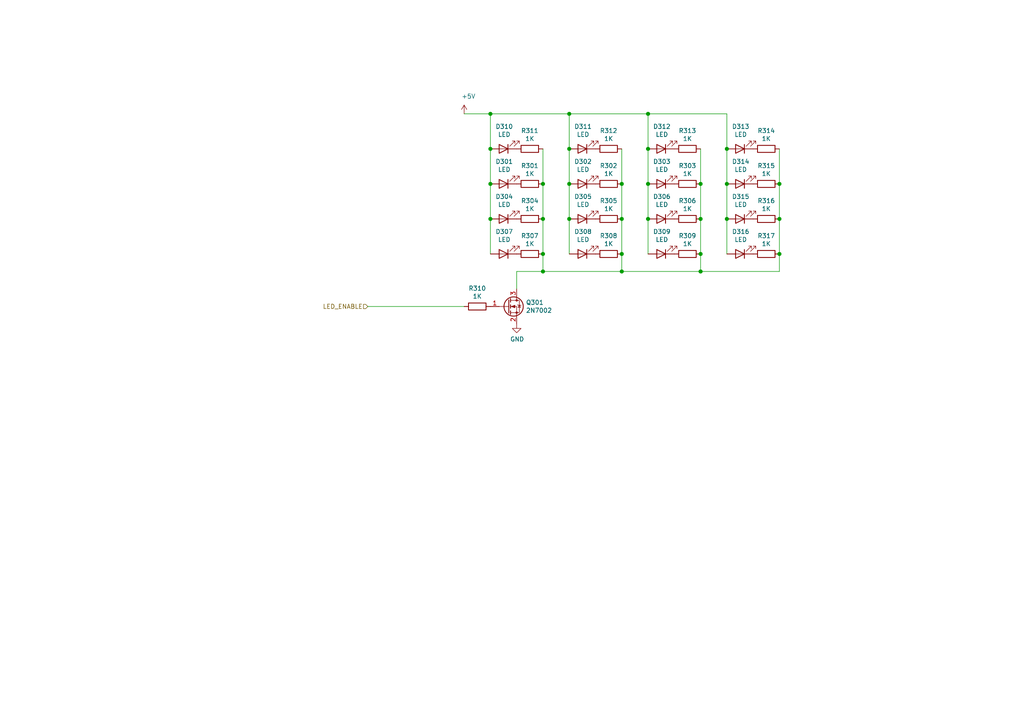
<source format=kicad_sch>
(kicad_sch (version 20211123) (generator eeschema)
  (paper "A4")
  (lib_symbols
    (symbol "Device:LED" (pin_numbers hide) (pin_names (offset 1.016) hide)
      (property "Reference" "D" (at 0 2.54 0))
      (property "Value" "LED" (at 0 -2.54 0))
      (symbol "LED_0_1"
        (polyline (pts (xy -1.27 -1.27) (xy -1.27 1.27)) (stroke (width 0.254)))
        (polyline (pts (xy -1.27 0) (xy 1.27 0)))
        (polyline (pts (xy 1.27 -1.27) (xy 1.27 1.27) (xy -1.27 0) (xy 1.27 -1.27)) (stroke (width 0.254)))
        (polyline (pts (xy -3.048 -0.762) (xy -4.572 -2.286) (xy -3.81 -2.286) (xy -4.572 -2.286) (xy -4.572 -1.524)))
        (polyline (pts (xy -1.778 -0.762) (xy -3.302 -2.286) (xy -2.54 -2.286) (xy -3.302 -2.286) (xy -3.302 -1.524)))
      )
      (symbol "LED_1_1"
        (pin passive line (at -3.81 0 0) (length 2.54) (name "K") (number "1"))
        (pin passive line (at 3.81 0 180) (length 2.54) (name "A") (number "2"))
      )
    )
    (symbol "Device:R" (pin_numbers hide) (pin_names (offset 0))
      (property "Reference" "R" (at 2.032 0 90))
      (property "Value" "R" (at 0 0 90))
      (symbol "R_0_1"
        (rectangle (start -1.016 -2.54) (end 1.016 2.54) (stroke (width 0.254)))
      )
      (symbol "R_1_1"
        (pin passive line (at 0 3.81 270) (length 1.27) (name "~") (number "1"))
        (pin passive line (at 0 -3.81 90) (length 1.27) (name "~") (number "2"))
      )
    )
    (symbol "Transistor_FET:2N7002" (pin_names hide)
      (property "Reference" "Q" (at 5.08 1.905 0))
      (property "Value" "2N7002" (at 5.08 0 0))
      (symbol "2N7002_0_1"
        (polyline (pts (xy 0.254 0) (xy -2.54 0)))
        (polyline (pts (xy 0.254 1.905) (xy 0.254 -1.905)) (stroke (width 0.254)))
        (polyline (pts (xy 0.762 -1.27) (xy 0.762 -2.286)) (stroke (width 0.254)))
        (polyline (pts (xy 0.762 0.508) (xy 0.762 -0.508)) (stroke (width 0.254)))
        (polyline (pts (xy 0.762 2.286) (xy 0.762 1.27)) (stroke (width 0.254)))
        (polyline (pts (xy 2.54 2.54) (xy 2.54 1.778)))
        (polyline (pts (xy 2.54 -2.54) (xy 2.54 0) (xy 0.762 0)))
        (polyline (pts (xy 0.762 -1.778) (xy 3.302 -1.778) (xy 3.302 1.778) (xy 0.762 1.778)))
        (polyline (pts (xy 1.016 0) (xy 2.032 0.381) (xy 2.032 -0.381) (xy 1.016 0)) (fill (type outline)))
        (polyline (pts (xy 2.794 0.508) (xy 2.921 0.381) (xy 3.683 0.381) (xy 3.81 0.254)))
        (polyline (pts (xy 3.302 0.381) (xy 2.921 -0.254) (xy 3.683 -0.254) (xy 3.302 0.381)))
        (circle (center 1.651 0) (radius 2.794) (stroke (width 0.254)))
        (circle (center 2.54 -1.778) (radius 0.254) (fill (type outline)))
        (circle (center 2.54 1.778) (radius 0.254) (fill (type outline)))
      )
      (symbol "2N7002_1_1"
        (pin input line (at -5.08 0 0) (length 2.54) (name "G") (number "1"))
        (pin passive line (at 2.54 -5.08 90) (length 2.54) (name "S") (number "2"))
        (pin passive line (at 2.54 5.08 270) (length 2.54) (name "D") (number "3"))
      )
    )
    (symbol "power:+5V" (power) (pin_names (offset 0))
      (property "Value" "+5V" (at 0 3.556 0))
      (symbol "+5V_0_1"
        (polyline (pts (xy -0.762 1.27) (xy 0 2.54)))
        (polyline (pts (xy 0 0) (xy 0 2.54)))
        (polyline (pts (xy 0 2.54) (xy 0.762 1.27)))
      )
      (symbol "+5V_1_1"
        (pin power_in line (at 0 0 90) (length 0) hide (name "+5V") (number "1"))
      )
    )
    (symbol "power:GND" (power) (pin_names (offset 0))
      (property "Value" "GND" (at 0 -3.81 0))
      (symbol "GND_0_1"
        (polyline (pts (xy 0 0) (xy 0 -1.27) (xy 1.27 -1.27) (xy 0 -2.54) (xy -1.27 -1.27) (xy 0 -1.27)))
      )
      (symbol "GND_1_1"
        (pin power_in line (at 0 0 270) (length 0) hide (name "GND") (number "1"))
      )
    )
  )
  (junction (at 165.1 43.18) (diameter 1.016))
  (junction (at 226.06 73.66) (diameter 1.016))
  (junction (at 203.2 63.5) (diameter 1.016))
  (junction (at 226.06 53.34) (diameter 1.016))
  (junction (at 210.82 53.34) (diameter 1.016))
  (junction (at 165.1 53.34) (diameter 1.016))
  (junction (at 187.96 63.5) (diameter 1.016))
  (junction (at 157.48 53.34) (diameter 1.016))
  (junction (at 157.48 63.5) (diameter 1.016))
  (junction (at 142.24 63.5) (diameter 1.016))
  (junction (at 157.48 73.66) (diameter 1.016))
  (junction (at 157.48 78.74) (diameter 1.016))
  (junction (at 165.1 63.5) (diameter 1.016))
  (junction (at 187.96 33.02) (diameter 1.016))
  (junction (at 187.96 43.18) (diameter 1.016))
  (junction (at 165.1 33.02) (diameter 1.016))
  (junction (at 142.24 33.02) (diameter 1.016))
  (junction (at 187.96 53.34) (diameter 1.016))
  (junction (at 203.2 53.34) (diameter 1.016))
  (junction (at 203.2 78.74) (diameter 1.016))
  (junction (at 142.24 53.34) (diameter 1.016))
  (junction (at 226.06 63.5) (diameter 1.016))
  (junction (at 142.24 43.18) (diameter 1.016))
  (junction (at 180.34 78.74) (diameter 1.016))
  (junction (at 210.82 63.5) (diameter 1.016))
  (junction (at 203.2 73.66) (diameter 1.016))
  (junction (at 180.34 63.5) (diameter 1.016))
  (junction (at 180.34 73.66) (diameter 1.016))
  (junction (at 180.34 53.34) (diameter 1.016))
  (junction (at 210.82 43.18) (diameter 1.016))
  (wire (pts (xy 187.96 73.66) (xy 187.96 63.5)))
  (wire (pts (xy 134.62 88.9) (xy 106.68 88.9)))
  (wire (pts (xy 187.96 43.18) (xy 187.96 33.02)))
  (wire (pts (xy 157.48 53.34) (xy 157.48 63.5)))
  (wire (pts (xy 157.48 73.66) (xy 157.48 78.74)))
  (wire (pts (xy 210.82 53.34) (xy 210.82 63.5)))
  (wire (pts (xy 226.06 63.5) (xy 226.06 73.66)))
  (wire (pts (xy 210.82 53.34) (xy 210.82 43.18)))
  (wire (pts (xy 180.34 63.5) (xy 180.34 73.66)))
  (wire (pts (xy 180.34 73.66) (xy 180.34 78.74)))
  (wire (pts (xy 203.2 73.66) (xy 203.2 78.74)))
  (wire (pts (xy 180.34 78.74) (xy 157.48 78.74)))
  (wire (pts (xy 203.2 78.74) (xy 180.34 78.74)))
  (wire (pts (xy 226.06 53.34) (xy 226.06 63.5)))
  (wire (pts (xy 142.24 53.34) (xy 142.24 63.5)))
  (wire (pts (xy 165.1 53.34) (xy 165.1 63.5)))
  (wire (pts (xy 187.96 33.02) (xy 210.82 33.02)))
  (wire (pts (xy 187.96 43.18) (xy 187.96 53.34)))
  (wire (pts (xy 226.06 43.18) (xy 226.06 53.34)))
  (wire (pts (xy 210.82 73.66) (xy 210.82 63.5)))
  (wire (pts (xy 203.2 43.18) (xy 203.2 53.34)))
  (wire (pts (xy 203.2 78.74) (xy 226.06 78.74)))
  (wire (pts (xy 203.2 53.34) (xy 203.2 63.5)))
  (wire (pts (xy 157.48 78.74) (xy 149.86 78.74)))
  (wire (pts (xy 210.82 43.18) (xy 210.82 33.02)))
  (wire (pts (xy 165.1 33.02) (xy 187.96 33.02)))
  (wire (pts (xy 142.24 33.02) (xy 142.24 43.18)))
  (wire (pts (xy 180.34 43.18) (xy 180.34 53.34)))
  (wire (pts (xy 142.24 43.18) (xy 142.24 53.34)))
  (wire (pts (xy 157.48 63.5) (xy 157.48 73.66)))
  (wire (pts (xy 165.1 43.18) (xy 165.1 53.34)))
  (wire (pts (xy 134.62 33.02) (xy 142.24 33.02)))
  (wire (pts (xy 165.1 33.02) (xy 165.1 43.18)))
  (wire (pts (xy 142.24 73.66) (xy 142.24 63.5)))
  (wire (pts (xy 187.96 53.34) (xy 187.96 63.5)))
  (wire (pts (xy 165.1 73.66) (xy 165.1 63.5)))
  (wire (pts (xy 180.34 53.34) (xy 180.34 63.5)))
  (wire (pts (xy 226.06 73.66) (xy 226.06 78.74)))
  (wire (pts (xy 142.24 33.02) (xy 165.1 33.02)))
  (wire (pts (xy 157.48 43.18) (xy 157.48 53.34)))
  (wire (pts (xy 149.86 78.74) (xy 149.86 83.82)))
  (wire (pts (xy 203.2 63.5) (xy 203.2 73.66)))
  (hierarchical_label "LED_ENABLE" (shape input) (at 106.68 88.9 180))
  (symbol (lib_id "Device:R") (at 222.25 73.66 270) (unit 1)
    (property "Reference" "R317" (at 222.25 68.4022 90))
    (property "Value" "1K" (at 222.25 70.7136 90))
    (property "Footprint" "Resistor_SMD:R_0603_1608Metric_Pad0.98x0.95mm_HandSolder" (effects hide))
  )
  (symbol (lib_id "Device:R") (at 222.25 63.5 270) (unit 1)
    (property "Reference" "R316" (at 222.25 58.2422 90))
    (property "Value" "1K" (at 222.25 60.5536 90))
    (property "Footprint" "Resistor_SMD:R_0603_1608Metric_Pad0.98x0.95mm_HandSolder" (effects hide))
  )
  (symbol (lib_id "Device:LED") (at 191.77 43.18 180) (unit 1)
    (property "Reference" "D312" (at 191.9732 36.703 0))
    (property "Value" "LED" (at 191.9732 39.0144 0))
    (property "Footprint" "LED_SMD:LED_1206_3216Metric_Castellated" (effects hide))
    (property "Datasheet" "https://datasheet.lcsc.com/szlcsc/Hongli-Zhihui-HONGLITRONIC-HL-PC-3216H233W-6000-7000K_C219234.pdf" (effects hide))
    (property "PartNr" "C219234" (effects hide))
  )
  (symbol (lib_id "Device:LED") (at 214.63 53.34 180) (unit 1)
    (property "Reference" "D314" (at 214.8332 46.863 0))
    (property "Value" "LED" (at 214.8332 49.1744 0))
    (property "Footprint" "LED_SMD:LED_1206_3216Metric_Castellated" (effects hide))
    (property "Datasheet" "https://datasheet.lcsc.com/szlcsc/Hongli-Zhihui-HONGLITRONIC-HL-PC-3216H233W-6000-7000K_C219234.pdf" (effects hide))
    (property "PartNr" "C219234" (effects hide))
  )
  (symbol (lib_id "Device:R") (at 153.67 73.66 270) (unit 1)
    (property "Reference" "R307" (at 153.67 68.4022 90))
    (property "Value" "1K" (at 153.67 70.7136 90))
    (property "Footprint" "Resistor_SMD:R_0603_1608Metric_Pad0.98x0.95mm_HandSolder" (effects hide))
  )
  (symbol (lib_id "Transistor_FET:2N7002") (at 147.32 88.9 0) (unit 1)
    (property "Reference" "Q301" (at 152.527 87.7316 0) (effects (justify left)))
    (property "Value" "2N7002" (at 152.527 90.043 0) (effects (justify left)))
    (property "Footprint" "Package_TO_SOT_SMD:SOT-23" (effects hide))
    (property "Datasheet" "https://www.onsemi.com/pub/Collateral/NDS7002A-D.PDF" (effects hide))
    (property "PartNr" "C8545" (effects hide))
  )
  (symbol (lib_id "Device:R") (at 153.67 53.34 270) (unit 1)
    (property "Reference" "R301" (at 153.67 48.0822 90))
    (property "Value" "1K" (at 153.67 50.3936 90))
    (property "Footprint" "Resistor_SMD:R_0603_1608Metric_Pad0.98x0.95mm_HandSolder" (effects hide))
  )
  (symbol (lib_id "Device:R") (at 199.39 43.18 270) (unit 1)
    (property "Reference" "R313" (at 199.39 37.9222 90))
    (property "Value" "1K" (at 199.39 40.2336 90))
    (property "Footprint" "Resistor_SMD:R_0603_1608Metric_Pad0.98x0.95mm_HandSolder" (effects hide))
  )
  (symbol (lib_id "Device:R") (at 199.39 73.66 270) (unit 1)
    (property "Reference" "R309" (at 199.39 68.4022 90))
    (property "Value" "1K" (at 199.39 70.7136 90))
    (property "Footprint" "Resistor_SMD:R_0603_1608Metric_Pad0.98x0.95mm_HandSolder" (effects hide))
  )
  (symbol (lib_id "Device:R") (at 138.43 88.9 270) (unit 1)
    (property "Reference" "R310" (at 138.43 83.6422 90))
    (property "Value" "1K" (at 138.43 85.9536 90))
    (property "Footprint" "Resistor_SMD:R_0603_1608Metric_Pad0.98x0.95mm_HandSolder" (effects hide))
  )
  (symbol (lib_id "Device:R") (at 199.39 53.34 270) (unit 1)
    (property "Reference" "R303" (at 199.39 48.0822 90))
    (property "Value" "1K" (at 199.39 50.3936 90))
    (property "Footprint" "Resistor_SMD:R_0603_1608Metric_Pad0.98x0.95mm_HandSolder" (effects hide))
  )
  (symbol (lib_id "Device:R") (at 153.67 43.18 270) (unit 1)
    (property "Reference" "R311" (at 153.67 37.9222 90))
    (property "Value" "1K" (at 153.67 40.2336 90))
    (property "Footprint" "Resistor_SMD:R_0603_1608Metric_Pad0.98x0.95mm_HandSolder" (effects hide))
  )
  (symbol (lib_id "Device:LED") (at 168.91 53.34 180) (unit 1)
    (property "Reference" "D302" (at 169.1132 46.863 0))
    (property "Value" "LED" (at 169.1132 49.1744 0))
    (property "Footprint" "LED_SMD:LED_1206_3216Metric_Castellated" (effects hide))
    (property "Datasheet" "https://datasheet.lcsc.com/szlcsc/Hongli-Zhihui-HONGLITRONIC-HL-PC-3216H233W-6000-7000K_C219234.pdf" (effects hide))
    (property "PartNr" "C219234" (effects hide))
  )
  (symbol (lib_id "Device:R") (at 222.25 43.18 270) (unit 1)
    (property "Reference" "R314" (at 222.25 37.9222 90))
    (property "Value" "1K" (at 222.25 40.2336 90))
    (property "Footprint" "Resistor_SMD:R_0603_1608Metric_Pad0.98x0.95mm_HandSolder" (effects hide))
  )
  (symbol (lib_id "Device:R") (at 176.53 63.5 270) (unit 1)
    (property "Reference" "R305" (at 176.53 58.2422 90))
    (property "Value" "1K" (at 176.53 60.5536 90))
    (property "Footprint" "Resistor_SMD:R_0603_1608Metric_Pad0.98x0.95mm_HandSolder" (effects hide))
  )
  (symbol (lib_id "Device:R") (at 176.53 73.66 270) (unit 1)
    (property "Reference" "R308" (at 176.53 68.4022 90))
    (property "Value" "1K" (at 176.53 70.7136 90))
    (property "Footprint" "Resistor_SMD:R_0603_1608Metric_Pad0.98x0.95mm_HandSolder" (effects hide))
  )
  (symbol (lib_id "Device:R") (at 176.53 43.18 270) (unit 1)
    (property "Reference" "R312" (at 176.53 37.9222 90))
    (property "Value" "1K" (at 176.53 40.2336 90))
    (property "Footprint" "Resistor_SMD:R_0603_1608Metric_Pad0.98x0.95mm_HandSolder" (effects hide))
  )
  (symbol (lib_id "Device:LED") (at 168.91 43.18 180) (unit 1)
    (property "Reference" "D311" (at 169.1132 36.703 0))
    (property "Value" "LED" (at 169.1132 39.0144 0))
    (property "Footprint" "LED_SMD:LED_1206_3216Metric_Castellated" (effects hide))
    (property "Datasheet" "https://datasheet.lcsc.com/szlcsc/Hongli-Zhihui-HONGLITRONIC-HL-PC-3216H233W-6000-7000K_C219234.pdf" (effects hide))
    (property "PartNr" "C219234" (effects hide))
  )
  (symbol (lib_id "Device:LED") (at 191.77 73.66 180) (unit 1)
    (property "Reference" "D309" (at 191.9732 67.183 0))
    (property "Value" "LED" (at 191.9732 69.4944 0))
    (property "Footprint" "LED_SMD:LED_1206_3216Metric_Castellated" (effects hide))
    (property "Datasheet" "https://datasheet.lcsc.com/szlcsc/Hongli-Zhihui-HONGLITRONIC-HL-PC-3216H233W-6000-7000K_C219234.pdf" (effects hide))
    (property "PartNr" "C219234" (effects hide))
  )
  (symbol (lib_id "Device:R") (at 176.53 53.34 270) (unit 1)
    (property "Reference" "R302" (at 176.53 48.0822 90))
    (property "Value" "1K" (at 176.53 50.3936 90))
    (property "Footprint" "Resistor_SMD:R_0603_1608Metric_Pad0.98x0.95mm_HandSolder" (effects hide))
  )
  (symbol (lib_id "Device:LED") (at 191.77 53.34 180) (unit 1)
    (property "Reference" "D303" (at 191.9732 46.863 0))
    (property "Value" "LED" (at 191.9732 49.1744 0))
    (property "Footprint" "LED_SMD:LED_1206_3216Metric_Castellated" (effects hide))
    (property "Datasheet" "https://datasheet.lcsc.com/szlcsc/Hongli-Zhihui-HONGLITRONIC-HL-PC-3216H233W-6000-7000K_C219234.pdf" (effects hide))
    (property "PartNr" "C219234" (effects hide))
  )
  (symbol (lib_id "Device:LED") (at 146.05 53.34 180) (unit 1)
    (property "Reference" "D301" (at 146.2532 46.863 0))
    (property "Value" "LED" (at 146.2532 49.1744 0))
    (property "Footprint" "LED_SMD:LED_1206_3216Metric_Castellated" (effects hide))
    (property "Datasheet" "https://datasheet.lcsc.com/szlcsc/Hongli-Zhihui-HONGLITRONIC-HL-PC-3216H233W-6000-7000K_C219234.pdf" (effects hide))
    (property "PartNr" "C219234" (effects hide))
  )
  (symbol (lib_id "Device:LED") (at 146.05 43.18 180) (unit 1)
    (property "Reference" "D310" (at 146.2532 36.703 0))
    (property "Value" "LED" (at 146.2532 39.0144 0))
    (property "Footprint" "LED_SMD:LED_1206_3216Metric_Castellated" (effects hide))
    (property "Datasheet" "https://datasheet.lcsc.com/szlcsc/Hongli-Zhihui-HONGLITRONIC-HL-PC-3216H233W-6000-7000K_C219234.pdf" (effects hide))
    (property "PartNr" "C219234" (effects hide))
  )
  (symbol (lib_id "Device:LED") (at 168.91 73.66 180) (unit 1)
    (property "Reference" "D308" (at 169.1132 67.183 0))
    (property "Value" "LED" (at 169.1132 69.4944 0))
    (property "Footprint" "LED_SMD:LED_1206_3216Metric_Castellated" (effects hide))
    (property "Datasheet" "https://datasheet.lcsc.com/szlcsc/Hongli-Zhihui-HONGLITRONIC-HL-PC-3216H233W-6000-7000K_C219234.pdf" (effects hide))
    (property "PartNr" "C219234" (effects hide))
  )
  (symbol (lib_id "Device:R") (at 222.25 53.34 270) (unit 1)
    (property "Reference" "R315" (at 222.25 48.0822 90))
    (property "Value" "1K" (at 222.25 50.3936 90))
    (property "Footprint" "Resistor_SMD:R_0603_1608Metric_Pad0.98x0.95mm_HandSolder" (effects hide))
  )
  (symbol (lib_id "Device:R") (at 199.39 63.5 270) (unit 1)
    (property "Reference" "R306" (at 199.39 58.2422 90))
    (property "Value" "1K" (at 199.39 60.5536 90))
    (property "Footprint" "Resistor_SMD:R_0603_1608Metric_Pad0.98x0.95mm_HandSolder" (effects hide))
  )
  (symbol (lib_id "Device:LED") (at 214.63 73.66 180) (unit 1)
    (property "Reference" "D316" (at 214.8332 67.183 0))
    (property "Value" "LED" (at 214.8332 69.4944 0))
    (property "Footprint" "LED_SMD:LED_1206_3216Metric_Castellated" (effects hide))
    (property "Datasheet" "https://datasheet.lcsc.com/szlcsc/Hongli-Zhihui-HONGLITRONIC-HL-PC-3216H233W-6000-7000K_C219234.pdf" (effects hide))
    (property "PartNr" "C219234" (effects hide))
  )
  (symbol (lib_id "Device:LED") (at 191.77 63.5 180) (unit 1)
    (property "Reference" "D306" (at 191.9732 57.023 0))
    (property "Value" "LED" (at 191.9732 59.3344 0))
    (property "Footprint" "LED_SMD:LED_1206_3216Metric_Castellated" (effects hide))
    (property "Datasheet" "https://datasheet.lcsc.com/szlcsc/Hongli-Zhihui-HONGLITRONIC-HL-PC-3216H233W-6000-7000K_C219234.pdf" (effects hide))
    (property "PartNr" "C219234" (effects hide))
  )
  (symbol (lib_id "power:+5V") (at 134.62 33.02 0) (unit 1)
    (property "Reference" "#PWR0301" (effects hide))
    (property "Value" "+5V" (at 135.89 27.94 0))
  )
  (symbol (lib_id "power:GND") (at 149.86 93.98 0) (unit 1)
    (property "Reference" "#PWR0302" (effects hide))
    (property "Value" "GND" (at 149.987 98.3742 0))
  )
  (symbol (lib_id "Device:LED") (at 214.63 43.18 180) (unit 1)
    (property "Reference" "D313" (at 214.8332 36.703 0))
    (property "Value" "LED" (at 214.8332 39.0144 0))
    (property "Footprint" "LED_SMD:LED_1206_3216Metric_Castellated" (effects hide))
    (property "Datasheet" "https://datasheet.lcsc.com/szlcsc/Hongli-Zhihui-HONGLITRONIC-HL-PC-3216H233W-6000-7000K_C219234.pdf" (effects hide))
    (property "PartNr" "C219234" (effects hide))
  )
  (symbol (lib_id "Device:LED") (at 146.05 63.5 180) (unit 1)
    (property "Reference" "D304" (at 146.2532 57.023 0))
    (property "Value" "LED" (at 146.2532 59.3344 0))
    (property "Footprint" "LED_SMD:LED_1206_3216Metric_Castellated" (effects hide))
    (property "Datasheet" "https://datasheet.lcsc.com/szlcsc/Hongli-Zhihui-HONGLITRONIC-HL-PC-3216H233W-6000-7000K_C219234.pdf" (effects hide))
    (property "PartNr" "C219234" (effects hide))
  )
  (symbol (lib_id "Device:LED") (at 168.91 63.5 180) (unit 1)
    (property "Reference" "D305" (at 169.1132 57.023 0))
    (property "Value" "LED" (at 169.1132 59.3344 0))
    (property "Footprint" "LED_SMD:LED_1206_3216Metric_Castellated" (effects hide))
    (property "Datasheet" "https://datasheet.lcsc.com/szlcsc/Hongli-Zhihui-HONGLITRONIC-HL-PC-3216H233W-6000-7000K_C219234.pdf" (effects hide))
    (property "PartNr" "C219234" (effects hide))
  )
  (symbol (lib_id "Device:LED") (at 214.63 63.5 180) (unit 1)
    (property "Reference" "D315" (at 214.8332 57.023 0))
    (property "Value" "LED" (at 214.8332 59.3344 0))
    (property "Footprint" "LED_SMD:LED_1206_3216Metric_Castellated" (effects hide))
    (property "Datasheet" "https://datasheet.lcsc.com/szlcsc/Hongli-Zhihui-HONGLITRONIC-HL-PC-3216H233W-6000-7000K_C219234.pdf" (effects hide))
    (property "PartNr" "C219234" (effects hide))
  )
  (symbol (lib_id "Device:LED") (at 146.05 73.66 180) (unit 1)
    (property "Reference" "D307" (at 146.2532 67.183 0))
    (property "Value" "LED" (at 146.2532 69.4944 0))
    (property "Footprint" "LED_SMD:LED_1206_3216Metric_Castellated" (effects hide))
    (property "Datasheet" "https://datasheet.lcsc.com/szlcsc/Hongli-Zhihui-HONGLITRONIC-HL-PC-3216H233W-6000-7000K_C219234.pdf" (effects hide))
    (property "PartNr" "C219234" (effects hide))
  )
  (symbol (lib_id "Device:R") (at 153.67 63.5 270) (unit 1)
    (property "Reference" "R304" (at 153.67 58.2422 90))
    (property "Value" "1K" (at 153.67 60.5536 90))
    (property "Footprint" "Resistor_SMD:R_0603_1608Metric_Pad0.98x0.95mm_HandSolder" (effects hide))
  )
)
</source>
